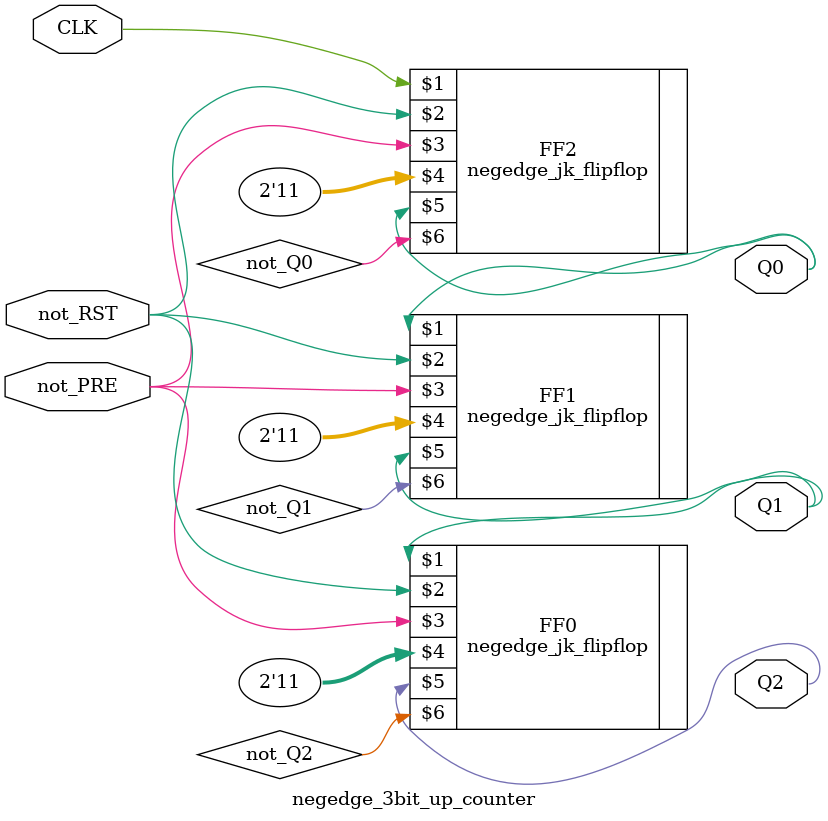
<source format=sv>

module negedge_3bit_up_counter(CLK, not_RST, not_PRE, Q0, Q1, Q2);
    input CLK, not_RST, not_PRE;
    output reg Q0, Q1, Q2;
    wire not_Q0, not_Q1, not_Q2;

  	negedge_jk_flipflop FF2(CLK, not_RST, not_PRE, 2'b11, Q0, not_Q0);
    negedge_jk_flipflop FF1(Q0, not_RST, not_PRE, 2'b11, Q1, not_Q1);
    negedge_jk_flipflop FF0(Q1, not_RST, not_PRE, 2'b11, Q2, not_Q2);
endmodule

</source>
